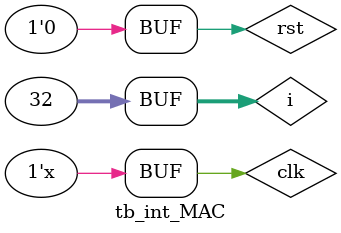
<source format=v>
`timescale 1ns / 1ps

module tb_int_MAC();
    reg [32-1:0] ain;
    reg [32-1:0] bin;
    reg [64-1:0] cin;
    reg rst;
    reg clk;
    wire [64-1:0] result;
    
    integer i;
    initial begin
        clk <= 0;
        rst <= 0;
        for(i=0; i<32; i=i+1) begin
            ain = $urandom%(2**5);
            bin = $urandom%(2**5);
            cin = $urandom%(2**6);
            #80;
        end
    end
    
    always #5 clk = ~clk;
    
    int_MAC INT_MAC(
        .CLK(clk),
        .CE(1'b1),
        .SCLR(rst),
        .A(ain),
        .B(bin),
        .C(cin),
        .SUBTRACT(1'b0),
        .P(result)
    );
endmodule

</source>
